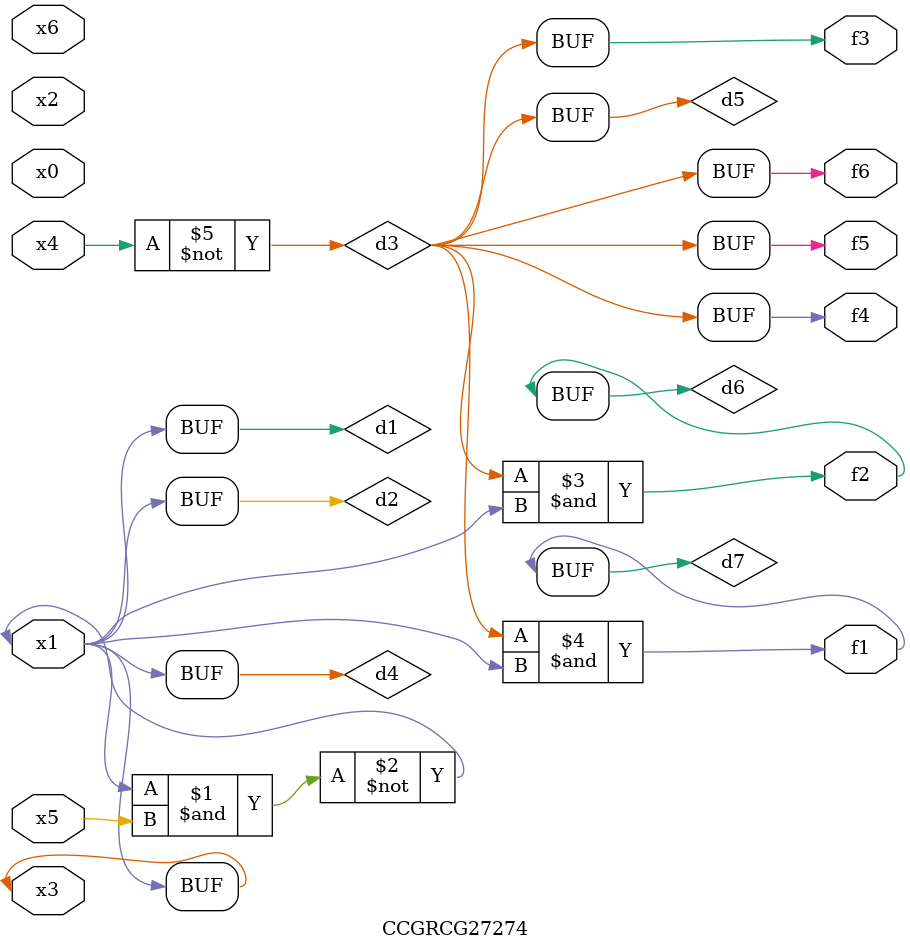
<source format=v>
module CCGRCG27274(
	input x0, x1, x2, x3, x4, x5, x6,
	output f1, f2, f3, f4, f5, f6
);

	wire d1, d2, d3, d4, d5, d6, d7;

	buf (d1, x1, x3);
	nand (d2, x1, x5);
	not (d3, x4);
	buf (d4, d1, d2);
	buf (d5, d3);
	and (d6, d3, d4);
	and (d7, d3, d4);
	assign f1 = d7;
	assign f2 = d6;
	assign f3 = d5;
	assign f4 = d5;
	assign f5 = d5;
	assign f6 = d5;
endmodule

</source>
